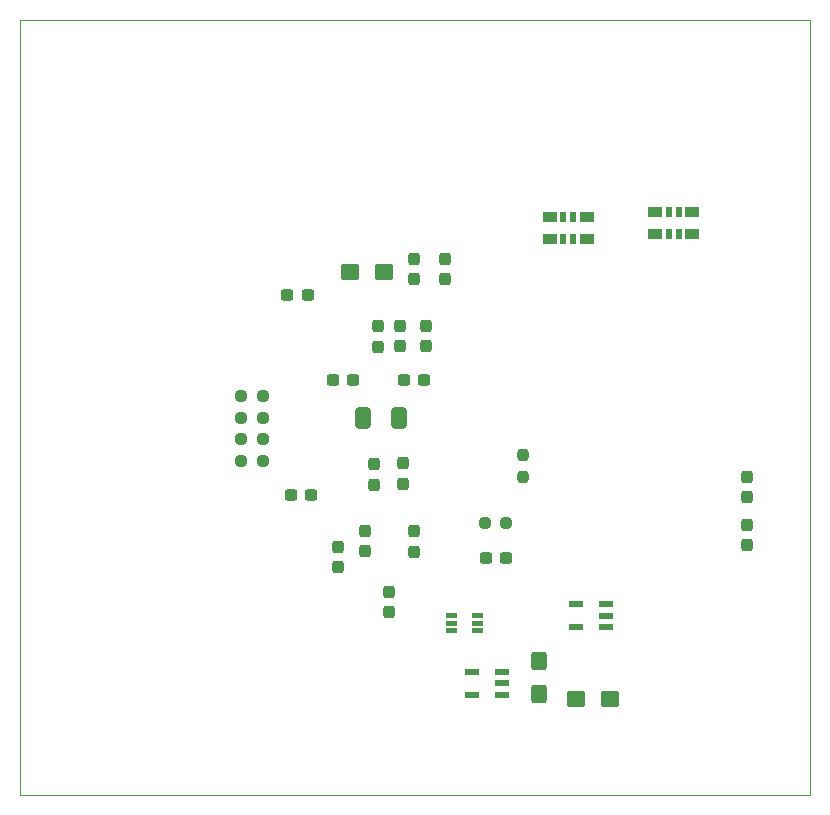
<source format=gbr>
%TF.GenerationSoftware,KiCad,Pcbnew,7.0.10*%
%TF.CreationDate,2024-03-16T23:25:41+05:30*%
%TF.ProjectId,breakout,62726561-6b6f-4757-942e-6b696361645f,rev?*%
%TF.SameCoordinates,Original*%
%TF.FileFunction,Paste,Bot*%
%TF.FilePolarity,Positive*%
%FSLAX46Y46*%
G04 Gerber Fmt 4.6, Leading zero omitted, Abs format (unit mm)*
G04 Created by KiCad (PCBNEW 7.0.10) date 2024-03-16 23:25:41*
%MOMM*%
%LPD*%
G01*
G04 APERTURE LIST*
G04 Aperture macros list*
%AMRoundRect*
0 Rectangle with rounded corners*
0 $1 Rounding radius*
0 $2 $3 $4 $5 $6 $7 $8 $9 X,Y pos of 4 corners*
0 Add a 4 corners polygon primitive as box body*
4,1,4,$2,$3,$4,$5,$6,$7,$8,$9,$2,$3,0*
0 Add four circle primitives for the rounded corners*
1,1,$1+$1,$2,$3*
1,1,$1+$1,$4,$5*
1,1,$1+$1,$6,$7*
1,1,$1+$1,$8,$9*
0 Add four rect primitives between the rounded corners*
20,1,$1+$1,$2,$3,$4,$5,0*
20,1,$1+$1,$4,$5,$6,$7,0*
20,1,$1+$1,$6,$7,$8,$9,0*
20,1,$1+$1,$8,$9,$2,$3,0*%
G04 Aperture macros list end*
%ADD10C,0.010000*%
%ADD11RoundRect,0.237500X-0.237500X0.300000X-0.237500X-0.300000X0.237500X-0.300000X0.237500X0.300000X0*%
%ADD12R,1.193800X0.889000*%
%ADD13R,0.558800X0.889000*%
%ADD14RoundRect,0.237500X0.237500X-0.300000X0.237500X0.300000X-0.237500X0.300000X-0.237500X-0.300000X0*%
%ADD15RoundRect,0.237500X0.300000X0.237500X-0.300000X0.237500X-0.300000X-0.237500X0.300000X-0.237500X0*%
%ADD16RoundRect,0.041300X0.583700X0.253700X-0.583700X0.253700X-0.583700X-0.253700X0.583700X-0.253700X0*%
%ADD17RoundRect,0.237500X0.237500X-0.250000X0.237500X0.250000X-0.237500X0.250000X-0.237500X-0.250000X0*%
%ADD18RoundRect,0.237500X-0.250000X-0.237500X0.250000X-0.237500X0.250000X0.237500X-0.250000X0.237500X0*%
%ADD19RoundRect,0.237500X0.250000X0.237500X-0.250000X0.237500X-0.250000X-0.237500X0.250000X-0.237500X0*%
%ADD20RoundRect,0.250000X-0.537500X-0.425000X0.537500X-0.425000X0.537500X0.425000X-0.537500X0.425000X0*%
%ADD21RoundRect,0.237500X-0.300000X-0.237500X0.300000X-0.237500X0.300000X0.237500X-0.300000X0.237500X0*%
%ADD22RoundRect,0.237500X0.237500X-0.287500X0.237500X0.287500X-0.237500X0.287500X-0.237500X-0.287500X0*%
%ADD23RoundRect,0.250000X-0.425000X0.537500X-0.425000X-0.537500X0.425000X-0.537500X0.425000X0.537500X0*%
%ADD24RoundRect,0.088500X0.516500X0.206500X-0.516500X0.206500X-0.516500X-0.206500X0.516500X-0.206500X0*%
%ADD25RoundRect,0.250000X0.537500X0.425000X-0.537500X0.425000X-0.537500X-0.425000X0.537500X-0.425000X0*%
%ADD26RoundRect,0.250000X-0.412500X-0.650000X0.412500X-0.650000X0.412500X0.650000X-0.412500X0.650000X0*%
%TA.AperFunction,Profile*%
%ADD27C,0.050000*%
%TD*%
G04 APERTURE END LIST*
%TO.C,D3*%
D10*
X81547500Y-79875000D02*
X80697500Y-79875000D01*
X80697500Y-79525000D01*
X81547500Y-79525000D01*
X81547500Y-79875000D01*
G36*
X81547500Y-79875000D02*
G01*
X80697500Y-79875000D01*
X80697500Y-79525000D01*
X81547500Y-79525000D01*
X81547500Y-79875000D01*
G37*
X81547500Y-80525000D02*
X80697500Y-80525000D01*
X80697500Y-80175000D01*
X81547500Y-80175000D01*
X81547500Y-80525000D01*
G36*
X81547500Y-80525000D02*
G01*
X80697500Y-80525000D01*
X80697500Y-80175000D01*
X81547500Y-80175000D01*
X81547500Y-80525000D01*
G37*
X81547500Y-81175000D02*
X80697500Y-81175000D01*
X80697500Y-80825000D01*
X81547500Y-80825000D01*
X81547500Y-81175000D01*
G36*
X81547500Y-81175000D02*
G01*
X80697500Y-81175000D01*
X80697500Y-80825000D01*
X81547500Y-80825000D01*
X81547500Y-81175000D01*
G37*
X83747500Y-79875000D02*
X82897500Y-79875000D01*
X82897500Y-79525000D01*
X83747500Y-79525000D01*
X83747500Y-79875000D01*
G36*
X83747500Y-79875000D02*
G01*
X82897500Y-79875000D01*
X82897500Y-79525000D01*
X83747500Y-79525000D01*
X83747500Y-79875000D01*
G37*
X83747500Y-80525000D02*
X82897500Y-80525000D01*
X82897500Y-80175000D01*
X83747500Y-80175000D01*
X83747500Y-80525000D01*
G36*
X83747500Y-80525000D02*
G01*
X82897500Y-80525000D01*
X82897500Y-80175000D01*
X83747500Y-80175000D01*
X83747500Y-80525000D01*
G37*
X83747500Y-81175000D02*
X82897500Y-81175000D01*
X82897500Y-80825000D01*
X83747500Y-80825000D01*
X83747500Y-81175000D01*
G36*
X83747500Y-81175000D02*
G01*
X82897500Y-81175000D01*
X82897500Y-80825000D01*
X83747500Y-80825000D01*
X83747500Y-81175000D01*
G37*
%TD*%
D11*
%TO.C,C29*%
X75850000Y-77725000D03*
X75850000Y-79450000D03*
%TD*%
D12*
%TO.C,R1*%
X98422700Y-45593400D03*
D13*
X99570018Y-45593400D03*
X100399582Y-45593400D03*
D12*
X101546900Y-45593400D03*
X101546900Y-47422200D03*
D13*
X100399582Y-47422200D03*
X99570018Y-47422200D03*
D12*
X98422700Y-47422200D03*
%TD*%
D14*
%TO.C,C40*%
X78028800Y-51262500D03*
X78028800Y-49537500D03*
%TD*%
D15*
%TO.C,C25*%
X85775500Y-74900000D03*
X84050500Y-74900000D03*
%TD*%
D11*
%TO.C,C7*%
X106161600Y-72076100D03*
X106161600Y-73801100D03*
%TD*%
D14*
%TO.C,C22*%
X74599800Y-68680500D03*
X74599800Y-66955500D03*
%TD*%
D15*
%TO.C,C16*%
X78875000Y-59800000D03*
X77150000Y-59800000D03*
%TD*%
D11*
%TO.C,C44*%
X80650000Y-49537500D03*
X80650000Y-51262500D03*
%TD*%
D16*
%TO.C,IC1*%
X94219000Y-78806000D03*
X94219000Y-79756000D03*
X94219000Y-80706000D03*
X91709000Y-80706000D03*
X91709000Y-78806000D03*
%TD*%
D14*
%TO.C,C3*%
X74955400Y-56996500D03*
X74955400Y-55271500D03*
%TD*%
D17*
%TO.C,R3*%
X87223600Y-67993900D03*
X87223600Y-66168900D03*
%TD*%
D14*
%TO.C,C26*%
X73850000Y-74312500D03*
X73850000Y-72587500D03*
%TD*%
D18*
%TO.C,R8*%
X63387500Y-61200000D03*
X65212500Y-61200000D03*
%TD*%
D12*
%TO.C,R2*%
X89487900Y-46025200D03*
D13*
X90635218Y-46025200D03*
X91464782Y-46025200D03*
D12*
X92612100Y-46025200D03*
X92612100Y-47854000D03*
D13*
X91464782Y-47854000D03*
X90635218Y-47854000D03*
D12*
X89487900Y-47854000D03*
%TD*%
D19*
%TO.C,R10*%
X65212500Y-62992000D03*
X63387500Y-62992000D03*
%TD*%
D20*
%TO.C,C13*%
X91678900Y-86854000D03*
X94553900Y-86854000D03*
%TD*%
D14*
%TO.C,C21*%
X77063600Y-68578900D03*
X77063600Y-66853900D03*
%TD*%
D19*
%TO.C,R17*%
X85826600Y-71958200D03*
X84001600Y-71958200D03*
%TD*%
D14*
%TO.C,C42*%
X78000000Y-74350000D03*
X78000000Y-72625000D03*
%TD*%
D19*
%TO.C,R9*%
X65212500Y-66675000D03*
X63387500Y-66675000D03*
%TD*%
D11*
%TO.C,C17*%
X79019400Y-55246100D03*
X79019400Y-56971100D03*
%TD*%
D21*
%TO.C,C18*%
X71100000Y-59850000D03*
X72825000Y-59850000D03*
%TD*%
D22*
%TO.C,FB2*%
X71551800Y-75678000D03*
X71551800Y-73928000D03*
%TD*%
D23*
%TO.C,C14*%
X88595200Y-83561200D03*
X88595200Y-86436200D03*
%TD*%
D19*
%TO.C,R6*%
X65212500Y-64770000D03*
X63387500Y-64770000D03*
%TD*%
D14*
%TO.C,C5*%
X76835000Y-56971100D03*
X76835000Y-55246100D03*
%TD*%
D15*
%TO.C,C28*%
X68986400Y-52587500D03*
X67261400Y-52587500D03*
%TD*%
D24*
%TO.C,U3*%
X82946000Y-84557800D03*
X82946000Y-86457800D03*
X85456000Y-86457800D03*
X85456000Y-85507800D03*
X85456000Y-84557800D03*
%TD*%
D21*
%TO.C,C24*%
X69312500Y-69550000D03*
X67587500Y-69550000D03*
%TD*%
D14*
%TO.C,C6*%
X106161600Y-69711700D03*
X106161600Y-67986700D03*
%TD*%
D25*
%TO.C,C20*%
X75437500Y-50650000D03*
X72562500Y-50650000D03*
%TD*%
D26*
%TO.C,C19*%
X73637500Y-63000000D03*
X76762500Y-63000000D03*
%TD*%
D27*
X44642800Y-29311600D02*
X111507000Y-29311600D01*
X111507000Y-94973400D01*
X44642800Y-94973400D01*
X44642800Y-29311600D01*
M02*

</source>
